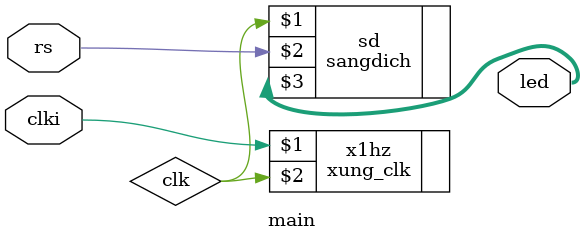
<source format=v>
`timescale 1ns / 1ps
module main(
input clki,
input rs,
output [7:0]led
    );
wire clk;
xung_clk x1hz(clki,clk);	
sangdich sd(clk,rs,led);
endmodule


</source>
